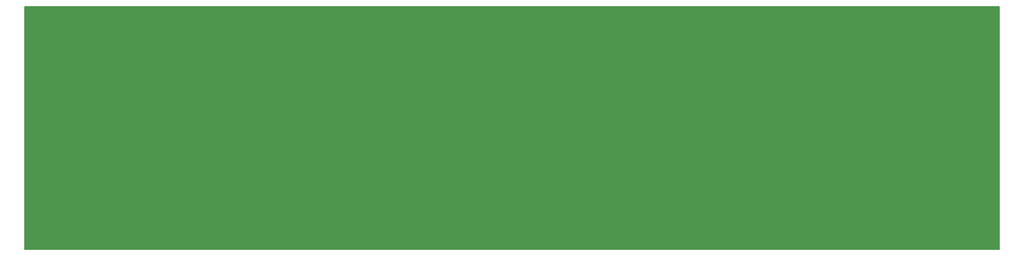
<source format=gbr>
G04 #@! TF.GenerationSoftware,KiCad,Pcbnew,5.0.0*
G04 #@! TF.CreationDate,2018-10-11T21:16:15+02:00*
G04 #@! TF.ProjectId,servo-board,736572766F2D626F6172642E6B696361,rev?*
G04 #@! TF.SameCoordinates,PX1312d00PY3938700*
G04 #@! TF.FileFunction,Profile,NP*
%FSLAX46Y46*%
G04 Gerber Fmt 4.6, Leading zero omitted, Abs format (unit mm)*
G04 Created by KiCad (PCBNEW 5.0.0) date Thu Oct 11 21:16:15 2018*
%MOMM*%
%LPD*%
G01*
G04 APERTURE LIST*
%ADD10C,0.150000*%
G04 APERTURE END LIST*
D10*
G36*
X0Y40000000D02*
X160000000Y40000000D01*
X160000000Y0D01*
X0Y0D01*
X0Y40000000D01*
G37*
X0Y40000000D02*
X160000000Y40000000D01*
X160000000Y0D01*
X0Y0D01*
X0Y40000000D01*
M02*

</source>
